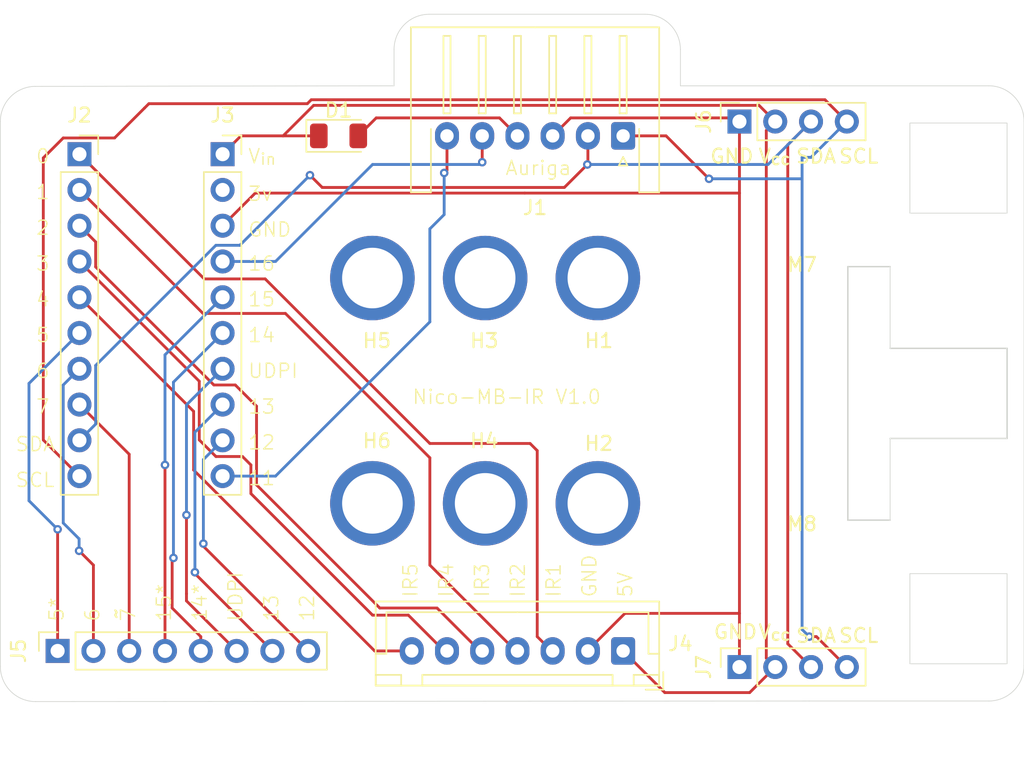
<source format=kicad_pcb>
(kicad_pcb (version 20240108) (generator "pcbnew") (generator_version "8.0")
  (title_block (title "Nico-MB-Attiny1616-IR-Tracker") (date "2024-09-05") (rev "V1.0"))
  (layers (0 "F.Cu" signal) (31 "B.Cu" signal) (34 "B.Paste" user) (35 "F.Paste" user) (36 "B.SilkS" user "B.Silkscreen") (37 "F.SilkS" user "F.Silkscreen") (38 "B.Mask" user) (39 "F.Mask" user) (44 "Edge.Cuts" user))
  (net 0 "")
  (net 1 "Net-(D1-A)")
  (net 2 "+5V")
  (net 3 "/SDA")
  (net 4 "/S2")
  (net 5 "/S1")
  (net 6 "/SCL")
  (net 7 "/IR3")
  (net 8 "/IR1")
  (net 9 "/IR2")
  (net 10 "/IR4")
  (net 11 "/IR5")
  (net 12 "GND")
  (net 13 "Net-(J2-RXD)")
  (net 14 "Net-(J2-Pin_5)")
  (net 15 "Net-(J2-TXD)")
  (net 17 "Net-(J3-Pin_15)")
  (net 18 "Net-(J3-UPDI)")
  (net 19 "Net-(J3-Pin_13)")
  (net 20 "Net-(J3-Pin_12)")
  (net 21 "Net-(J3-Pin_14)")
  (footprint "Connector_PinSocket_2.54mm:PinSocket_1x04_P2.54mm_GVSCLSDC" (layer "F.Cu") (at 148.238767 119.691233 90)
    (property "Reference" "J7" (at 0 -2.54 -90) (layer "F.SilkS"))
    (property "Value" "Conn_01x04_Socket")
    (fp_line (start 1.33 -1.33) (end 1.33 0) (stroke (width 0.12)) (layer "F.SilkS"))
    (fp_line (start 0 -1.33) (end 1.33 -1.33) (stroke (width 0.12)) (layer "F.SilkS"))
    (fp_line (start 1.33 1.27) (end 1.33 8.95) (stroke (width 0.12)) (layer "F.SilkS"))
    (fp_line (start -1.33 1.27) (end 1.33 1.27) (stroke (width 0.12)) (layer "F.SilkS"))
    (fp_line (start -1.33 1.27) (end -1.33 8.95) (stroke (width 0.12)) (layer "F.SilkS"))
    (fp_line (start -1.33 8.95) (end 1.33 8.95) (stroke (width 0.12)) (layer "F.SilkS"))
    (fp_text user "GND" (at 1.905 -1.905 0) (layer "F.SilkS") (effects (justify left bottom)))
    (fp_text user "V_{cc}" (at 1.905 1.27 0) (layer "F.SilkS") (effects (justify left bottom)))
    (pad "1" thru_hole rect (at 0 0 90) (size 1.7 1.7) (drill 1) (layers "*.Cu" "*.Mask") (net 12 "GND"))
    (pad "2" thru_hole oval (at 0 2.54 90) (size 1.7 1.7) (drill 1) (layers "*.Cu" "*.Mask") (net 2 "+5V"))
    (pad "3" thru_hole oval (at 0 5.08 90) (size 1.7 1.7) (drill 1) (layers "*.Cu" "*.Mask") (net 3 "/SDA"))
    (pad "4" thru_hole oval (at 0 7.62 90) (size 1.7 1.7) (drill 1) (layers "*.Cu" "*.Mask") (net 6 "/SCL"))
  )
  (footprint "Connector_JST:JST_XH_S6B-XH-A-1_1x06_P2.50mm_Horizontal" (layer "F.Cu") (at 139.983767 81.972233 180)
    (property "Reference" "J1" (at 6.25 -5.1 180) (layer "F.SilkS"))
    (property "Value" "Auriga_JST")
    (fp_line (start 15.06 7.71) (end 15.06 -4.01) (stroke (width 0.12)) (layer "F.SilkS"))
    (fp_line (start 15.06 -4.01) (end 13.64 -4.01) (stroke (width 0.12)) (layer "F.SilkS"))
    (fp_line (start 13.64 -4.01) (end 13.64 0.49) (stroke (width 0.12)) (layer "F.SilkS"))
    (fp_line (start 12.75 7.1) (end 12.75 1.6) (stroke (width 0.12)) (layer "F.SilkS"))
    (fp_line (start 12.75 1.6) (end 12.25 1.6) (stroke (width 0.12)) (layer "F.SilkS"))
    (fp_line (start 12.25 7.1) (end 12.75 7.1) (stroke (width 0.12)) (layer "F.SilkS"))
    (fp_line (start 12.25 1.6) (end 12.25 7.1) (stroke (width 0.12)) (layer "F.SilkS"))
    (fp_line (start 10.25 7.1) (end 10.25 1.6) (stroke (width 0.12)) (layer "F.SilkS"))
    (fp_line (start 10.25 1.6) (end 9.75 1.6) (stroke (width 0.12)) (layer "F.SilkS"))
    (fp_line (start 9.75 7.1) (end 10.25 7.1) (stroke (width 0.12)) (layer "F.SilkS"))
    (fp_line (start 9.75 1.6) (end 9.75 7.1) (stroke (width 0.12)) (layer "F.SilkS"))
    (fp_line (start 7.75 7.1) (end 7.75 1.6) (stroke (width 0.12)) (layer "F.SilkS"))
    (fp_line (start 7.75 1.6) (end 7.25 1.6) (stroke (width 0.12)) (layer "F.SilkS"))
    (fp_line (start 7.25 7.1) (end 7.75 7.1) (stroke (width 0.12)) (layer "F.SilkS"))
    (fp_line (start 7.25 1.6) (end 7.25 7.1) (stroke (width 0.12)) (layer "F.SilkS"))
    (fp_line (start 6.25 7.71) (end 15.06 7.71) (stroke (width 0.12)) (layer "F.SilkS"))
    (fp_line (start 6.25 7.71) (end -2.56 7.71) (stroke (width 0.12)) (layer "F.SilkS"))
    (fp_line (start 5.25 7.1) (end 5.25 1.6) (stroke (width 0.12)) (layer "F.SilkS"))
    (fp_line (start 5.25 1.6) (end 4.75 1.6) (stroke (width 0.12)) (layer "F.SilkS"))
    (fp_line (start 4.75 7.1) (end 5.25 7.1) (stroke (width 0.12)) (layer "F.SilkS"))
    (fp_line (start 4.75 1.6) (end 4.75 7.1) (stroke (width 0.12)) (layer "F.SilkS"))
    (fp_line (start 2.75 7.1) (end 2.75 1.6) (stroke (width 0.12)) (layer "F.SilkS"))
    (fp_line (start 2.75 1.6) (end 2.25 1.6) (stroke (width 0.12)) (layer "F.SilkS"))
    (fp_line (start 2.25 7.1) (end 2.75 7.1) (stroke (width 0.12)) (layer "F.SilkS"))
    (fp_line (start 2.25 1.6) (end 2.25 7.1) (stroke (width 0.12)) (layer "F.SilkS"))
    (fp_line (start 0.3 -2.1) (end 0 -1.5) (stroke (width 0.12)) (layer "F.SilkS"))
    (fp_line (start 0.25 7.1) (end 0.25 1.6) (stroke (width 0.12)) (layer "F.SilkS"))
    (fp_line (start 0.25 1.6) (end -0.25 1.6) (stroke (width 0.12)) (layer "F.SilkS"))
    (fp_line (start 0 -1.5) (end -0.3 -2.1) (stroke (width 0.12)) (layer "F.SilkS"))
    (fp_line (start -0.25 7.1) (end 0.25 7.1) (stroke (width 0.12)) (layer "F.SilkS"))
    (fp_line (start -0.25 1.6) (end -0.25 7.1) (stroke (width 0.12)) (layer "F.SilkS"))
    (fp_line (start -0.3 -2.1) (end 0.3 -2.1) (stroke (width 0.12)) (layer "F.SilkS"))
    (fp_line (start -1.14 -4.01) (end -1.14 0.49) (stroke (width 0.12)) (layer "F.SilkS"))
    (fp_line (start -2.56 7.71) (end -2.56 -4.01) (stroke (width 0.12)) (layer "F.SilkS"))
    (fp_line (start -2.56 -4.01) (end -1.14 -4.01) (stroke (width 0.12)) (layer "F.SilkS"))
    (pad "1" thru_hole roundrect (at 0 0 180) (size 1.7 1.95) (drill 0.95) (layers "*.Cu" "*.Mask") (roundrect_rratio 0.147059) (net 6 "/SCL"))
    (pad "2" thru_hole oval (at 2.5 0 180) (size 1.7 1.95) (drill 0.95) (layers "*.Cu" "*.Mask") (net 3 "/SDA"))
    (pad "3" thru_hole oval (at 5 0 180) (size 1.7 1.95) (drill 0.95) (layers "*.Cu" "*.Mask") (net 12 "GND"))
    (pad "4" thru_hole oval (at 7.5 0 180) (size 1.7 1.95) (drill 0.95) (layers "*.Cu" "*.Mask") (net 1 "Net-(D1-A)"))
    (pad "5" thru_hole oval (at 10 0 180) (size 1.7 1.95) (drill 0.95) (layers "*.Cu" "*.Mask") (net 5 "/S1"))
    (pad "6" thru_hole oval (at 12.5 0 180) (size 1.7 1.95) (drill 0.95) (layers "*.Cu" "*.Mask") (net 4 "/S2"))
  )
  (footprint "MountingHole:MountingHole_4.3mm_M4_Pad_TopBottom_MakeBlock" (layer "F.Cu") (at 122.191767 108.068233)
    (property "Reference" "H6" (at -0.779767 -4.436233 0) (layer "F.SilkS") (effects (justify left)))
    (property "Value" "MH")
    (pad "1" thru_hole circle (at 0 0) (size 4.7 4.7) (drill 4.3) (layers "*.Cu" "*.Mask"))
    (pad "1" connect circle (at 0 0) (size 6 6) (layers "F.Cu" "F.Mask"))
    (pad "1" connect circle (at 0 0) (size 6 6) (layers "B.Cu" "B.Mask"))
  )
  (footprint "MountingHole:MountingHole_3.2mm_M3" (layer "F.Cu") (at 156.431767 113.260233)
    (property "Reference" "M8" (at -3.748 -3.729 0) (layer "F.SilkS"))
    (property "Value" "MountingHole_3.2mm_M3")
    (pad "" np_thru_hole circle (at 0 0) (size 3.2 3.2) (drill 3.2) (layers "*.Cu" "*.Mask"))
  )
  (footprint "MountingHole:MountingHole_4.3mm_M4_Pad_TopBottom_MakeBlock" (layer "F.Cu") (at 130.191767 92.068233)
    (property "Reference" "H3" (at -1.159767 4.451767 0) (layer "F.SilkS") (effects (justify left)))
    (property "Value" "MH")
    (pad "1" thru_hole circle (at 0 0) (size 4.7 4.7) (drill 4.3) (layers "*.Cu" "*.Mask"))
    (pad "1" connect circle (at 0 0) (size 6 6) (layers "F.Cu" "F.Mask"))
    (pad "1" connect circle (at 0 0) (size 6 6) (layers "B.Cu" "B.Mask"))
  )
  (footprint "MountingHole:MountingHole_4.3mm_M4_Pad_TopBottom_MakeBlock" (layer "F.Cu") (at 138.191767 108.068233)
    (property "Reference" "H2" (at -1.031767 -4.252 0) (layer "F.SilkS") (effects (justify left)))
    (property "Value" "MH")
    (pad "1" thru_hole circle (at 0 0) (size 4.7 4.7) (drill 4.3) (layers "*.Cu" "*.Mask"))
    (pad "1" connect circle (at 0 0) (size 6 6) (layers "F.Cu" "F.Mask"))
    (pad "1" connect circle (at 0 0) (size 6 6) (layers "B.Cu" "B.Mask"))
  )
  (footprint "Diode_SMD:D_1206_3216Metric" (layer "F.Cu") (at 119.787767 81.972233)
    (property "Reference" "D1" (at 0 -1.82 0) (layer "F.SilkS"))
    (property "Value" "D_Schottky")
    (fp_line (start -2.285 -1.135) (end -2.285 1.135) (stroke (width 0.12)) (layer "F.SilkS"))
    (fp_line (start -2.285 1.135) (end 1.6 1.135) (stroke (width 0.12)) (layer "F.SilkS"))
    (fp_line (start 1.6 -1.135) (end -2.285 -1.135) (stroke (width 0.12)) (layer "F.SilkS"))
    (pad "1" smd roundrect (at -1.4 0) (size 1.25 1.75) (layers "F.Cu" "F.Paste" "F.Mask") (roundrect_rratio 0.2) (net 2 "+5V"))
    (pad "2" smd roundrect (at 1.4 0) (size 1.25 1.75) (layers "F.Cu" "F.Paste" "F.Mask") (roundrect_rratio 0.2) (net 1 "Net-(D1-A)"))
  )
  (footprint "Connector_PinSocket_2.54mm:PinSocket_1x10_P2.54mm_Vertical" (layer "F.Cu") (at 111.560767 83.272233)
    (property "Reference" "J3" (at 0 -2.77 0) (layer "F.SilkS"))
    (property "Value" "ATtiny_R")
    (fp_line (start -1.33 1.27) (end -1.33 24.19) (stroke (width 0.12)) (layer "F.SilkS"))
    (fp_line (start -1.33 1.27) (end 1.33 1.27) (stroke (width 0.12)) (layer "F.SilkS"))
    (fp_line (start -1.33 24.19) (end 1.33 24.19) (stroke (width 0.12)) (layer "F.SilkS"))
    (fp_line (start 0 -1.33) (end 1.33 -1.33) (stroke (width 0.12)) (layer "F.SilkS"))
    (fp_line (start 1.33 -1.33) (end 1.33 0) (stroke (width 0.12)) (layer "F.SilkS"))
    (fp_line (start 1.33 1.27) (end 1.33 24.19) (stroke (width 0.12)) (layer "F.SilkS"))
    (pad "1" thru_hole rect (at 0 0) (size 1.7 1.7) (drill 1) (layers "*.Cu" "*.Mask") (net 2 "+5V"))
    (pad "2" thru_hole oval (at 0 2.54) (size 1.7 1.7) (drill 1) (layers "*.Cu" "*.Mask"))
    (pad "3" thru_hole oval (at 0 5.08) (size 1.7 1.7) (drill 1) (layers "*.Cu" "*.Mask") (net 12 "GND"))
    (pad "4" thru_hole oval (at 0 7.62) (size 1.7 1.7) (drill 1) (layers "*.Cu" "*.Mask") (net 5 "/S1"))
    (pad "5" thru_hole oval (at 0 10.16) (size 1.7 1.7) (drill 1) (layers "*.Cu" "*.Mask") (net 17 "Net-(J3-Pin_15)"))
    (pad "6" thru_hole oval (at 0 12.7) (size 1.7 1.7) (drill 1) (layers "*.Cu" "*.Mask") (net 21 "Net-(J3-Pin_14)"))
    (pad "7" thru_hole oval (at 0 15.24) (size 1.7 1.7) (drill 1) (layers "*.Cu" "*.Mask") (net 18 "Net-(J3-UPDI)"))
    (pad "8" thru_hole oval (at 0 17.78) (size 1.7 1.7) (drill 1) (layers "*.Cu" "*.Mask") (net 19 "Net-(J3-Pin_13)"))
    (pad "9" thru_hole oval (at 0 20.32) (size 1.7 1.7) (drill 1) (layers "*.Cu" "*.Mask") (net 20 "Net-(J3-Pin_12)"))
    (pad "10" thru_hole oval (at 0 22.86) (size 1.7 1.7) (drill 1) (layers "*.Cu" "*.Mask") (net 4 "/S2"))
  )
  (footprint "MountingHole:MountingHole_4.3mm_M4_Pad_TopBottom_MakeBlock" (layer "F.Cu") (at 122.191767 92.068233)
    (property "Reference" "H5" (at -0.779767 4.451767 0) (layer "F.SilkS") (effects (justify left)))
    (property "Value" "MH")
    (pad "1" thru_hole circle (at 0 0) (size 4.7 4.7) (drill 4.3) (layers "*.Cu" "*.Mask"))
    (pad "1" connect circle (at 0 0) (size 6 6) (layers "F.Cu" "F.Mask"))
    (pad "1" connect circle (at 0 0) (size 6 6) (layers "B.Cu" "B.Mask"))
  )
  (footprint "MountingHole:MountingHole_4.3mm_M4_Pad_TopBottom_MakeBlock" (layer "F.Cu") (at 130.191767 108.068233)
    (property "Reference" "H4" (at -1.159767 -4.436233 0) (layer "F.SilkS") (effects (justify left)))
    (property "Value" "MH")
    (pad "1" thru_hole circle (at 0 0) (size 4.7 4.7) (drill 4.3) (layers "*.Cu" "*.Mask"))
    (pad "1" connect circle (at 0 0) (size 6 6) (layers "F.Cu" "F.Mask"))
    (pad "1" connect circle (at 0 0) (size 6 6) (layers "B.Cu" "B.Mask"))
  )
  (footprint "Connector_JST:JST_XH_B7B-XH-A_1x07_P2.50mm_Vertical" (layer "F.Cu") (at 139.983767 118.548233 180)
    (property "Reference" "J4" (at -4.064 0.508 180) (layer "F.SilkS"))
    (property "Value" "IR_TRACKER")
    (fp_line (start 17.56 3.51) (end 17.56 -2.46) (stroke (width 0.12)) (layer "F.SilkS"))
    (fp_line (start 17.56 -2.46) (end -2.56 -2.46) (stroke (width 0.12)) (layer "F.SilkS"))
    (fp_line (start 17.55 -0.2) (end 16.8 -0.2) (stroke (width 0.12)) (layer "F.SilkS"))
    (fp_line (start 17.55 -1.7) (end 17.55 -2.45) (stroke (width 0.12)) (layer "F.SilkS"))
    (fp_line (start 17.55 -2.45) (end 15.75 -2.45) (stroke (width 0.12)) (layer "F.SilkS"))
    (fp_line (start 16.8 2.75) (end 7.5 2.75) (stroke (width 0.12)) (layer "F.SilkS"))
    (fp_line (start 16.8 -0.2) (end 16.8 2.75) (stroke (width 0.12)) (layer "F.SilkS"))
    (fp_line (start 15.75 -1.7) (end 17.55 -1.7) (stroke (width 0.12)) (layer "F.SilkS"))
    (fp_line (start 15.75 -2.45) (end 15.75 -1.7) (stroke (width 0.12)) (layer "F.SilkS"))
    (fp_line (start 14.25 -1.7) (end 14.25 -2.45) (stroke (width 0.12)) (layer "F.SilkS"))
    (fp_line (start 14.25 -2.45) (end 0.75 -2.45) (stroke (width 0.12)) (layer "F.SilkS"))
    (fp_line (start 0.75 -1.7) (end 14.25 -1.7) (stroke (width 0.12)) (layer "F.SilkS"))
    (fp_line (start 0.75 -2.45) (end 0.75 -1.7) (stroke (width 0.12)) (layer "F.SilkS"))
    (fp_line (start -0.75 -1.7) (end -0.75 -2.45) (stroke (width 0.12)) (layer "F.SilkS"))
    (fp_line (start -0.75 -2.45) (end -2.55 -2.45) (stroke (width 0.12)) (layer "F.SilkS"))
    (fp_line (start -1.6 -2.75) (end -2.85 -2.75) (stroke (width 0.12)) (layer "F.SilkS"))
    (fp_line (start -1.8 2.75) (end 7.5 2.75) (stroke (width 0.12)) (layer "F.SilkS"))
    (fp_line (start -1.8 -0.2) (end -1.8 2.75) (stroke (width 0.12)) (layer "F.SilkS"))
    (fp_line (start -2.55 -0.2) (end -1.8 -0.2) (stroke (width 0.12)) (layer "F.SilkS"))
    (fp_line (start -2.55 -1.7) (end -0.75 -1.7) (stroke (width 0.12)) (layer "F.SilkS"))
    (fp_line (start -2.55 -2.45) (end -2.55 -1.7) (stroke (width 0.12)) (layer "F.SilkS"))
    (fp_line (start -2.56 3.51) (end 17.56 3.51) (stroke (width 0.12)) (layer "F.SilkS"))
    (fp_line (start -2.56 -2.46) (end -2.56 3.51) (stroke (width 0.12)) (layer "F.SilkS"))
    (fp_line (start -2.85 -2.75) (end -2.85 -1.5) (stroke (width 0.12)) (layer "F.SilkS"))
    (pad "1" thru_hole roundrect (at 0 0 180) (size 1.7 1.95) (drill 0.95) (layers "*.Cu" "*.Mask") (roundrect_rratio 0.147059) (net 2 "+5V"))
    (pad "2" thru_hole oval (at 2.5 0 180) (size 1.7 1.95) (drill 0.95) (layers "*.Cu" "*.Mask") (net 12 "GND"))
    (pad "3" thru_hole oval (at 5 0 180) (size 1.7 1.95) (drill 0.95) (layers "*.Cu" "*.Mask") (net 8 "/IR1"))
    (pad "4" thru_hole oval (at 7.5 0 180) (size 1.7 1.95) (drill 0.95) (layers "*.Cu" "*.Mask") (net 9 "/IR2"))
    (pad "5" thru_hole oval (at 10 0 180) (size 1.7 1.95) (drill 0.95) (layers "*.Cu" "*.Mask") (net 7 "/IR3"))
    (pad "6" thru_hole oval (at 12.5 0 180) (size 1.7 1.95) (drill 0.95) (layers "*.Cu" "*.Mask") (net 10 "/IR4"))
    (pad "7" thru_hole oval (at 15 0 180) (size 1.7 1.95) (drill 0.95) (layers "*.Cu" "*.Mask") (net 11 "/IR5"))
  )
  (footprint "MountingHole:MountingHole_4.3mm_M4_Pad_TopBottom_MakeBlock" (layer "F.Cu") (at 138.191767 92.068233)
    (property "Reference" "H1" (at -1.031767 4.451767 0) (layer "F.SilkS") (effects (justify left)))
    (property "Value" "MH")
    (pad "1" thru_hole circle (at 0 0) (size 4.7 4.7) (drill 4.3) (layers "*.Cu" "*.Mask"))
    (pad "1" connect circle (at 0 0) (size 6 6) (layers "F.Cu" "F.Mask"))
    (pad "1" connect circle (at 0 0) (size 6 6) (layers "B.Cu" "B.Mask"))
  )
  (footprint "Connector_PinSocket_2.54mm:PinSocket_1x04_P2.54mm_GVSCLSDC" (layer "F.Cu") (at 148.238767 80.956233 90)
    (property "Reference" "J6" (at 0 -2.54 -90) (layer "F.SilkS"))
    (property "Value" "Conn_01x04_Socket")
    (fp_line (start 1.33 -1.33) (end 1.33 0) (stroke (width 0.12)) (layer "F.SilkS"))
    (fp_line (start 0 -1.33) (end 1.33 -1.33) (stroke (width 0.12)) (layer "F.SilkS"))
    (fp_line (start 1.33 1.27) (end 1.33 8.95) (stroke (width 0.12)) (layer "F.SilkS"))
    (fp_line (start -1.33 1.27) (end 1.33 1.27) (stroke (width 0.12)) (layer "F.SilkS"))
    (fp_line (start -1.33 1.27) (end -1.33 8.95) (stroke (width 0.12)) (layer "F.SilkS"))
    (fp_line (start -1.33 8.95) (end 1.33 8.95) (stroke (width 0.12)) (layer "F.SilkS"))
    (fp_text user "GND" (at -3.048 -2.159 0) (layer "F.SilkS") (effects (justify left bottom)))
    (fp_text user "V_{cc}" (at -3.048 1.27 0) (layer "F.SilkS") (effects (justify left bottom)))
    (pad "1" thru_hole rect (at 0 0 90) (size 1.7 1.7) (drill 1) (layers "*.Cu" "*.Mask") (net 12 "GND"))
    (pad "2" thru_hole oval (at 0 2.54 90) (size 1.7 1.7) (drill 1) (layers "*.Cu" "*.Mask") (net 2 "+5V"))
    (pad "3" thru_hole oval (at 0 5.08 90) (size 1.7 1.7) (drill 1) (layers "*.Cu" "*.Mask") (net 3 "/SDA"))
    (pad "4" thru_hole oval (at 0 7.62 90) (size 1.7 1.7) (drill 1) (layers "*.Cu" "*.Mask") (net 6 "/SCL"))
  )
  (footprint "Connector_PinSocket_2.54mm:PinSocket_1x08_P2.54mm_Vertical" (layer "F.Cu") (at 99.851767 118.548233 90)
    (property "Reference" "J5" (at 0 -2.77 -90) (layer "F.SilkS"))
    (property "Value" "Conn_01x08_Socket")
    (fp_line (start 1.33 -1.33) (end 1.33 0) (stroke (width 0.12)) (layer "F.SilkS"))
    (fp_line (start 0 -1.33) (end 1.33 -1.33) (stroke (width 0.12)) (layer "F.SilkS"))
    (fp_line (start 1.33 1.27) (end 1.33 19.11) (stroke (width 0.12)) (layer "F.SilkS"))
    (fp_line (start -1.33 1.27) (end 1.33 1.27) (stroke (width 0.12)) (layer "F.SilkS"))
    (fp_line (start -1.33 1.27) (end -1.33 19.11) (stroke (width 0.12)) (layer "F.SilkS"))
    (fp_line (start -1.33 19.11) (end 1.33 19.11) (stroke (width 0.12)) (layer "F.SilkS"))
    (pad "1" thru_hole rect (at 0 0 90) (size 1.7 1.7) (drill 1) (layers "*.Cu" "*.Mask") (net 14 "Net-(J2-Pin_5)"))
    (pad "2" thru_hole oval (at 0 2.54 90) (size 1.7 1.7) (drill 1) (layers "*.Cu" "*.Mask") (net 13 "Net-(J2-RXD)"))
    (pad "3" thru_hole oval (at 0 5.08 90) (size 1.7 1.7) (drill 1) (layers "*.Cu" "*.Mask") (net 15 "Net-(J2-TXD)"))
    (pad "4" thru_hole oval (at 0 7.62 90) (size 1.7 1.7) (drill 1) (layers "*.Cu" "*.Mask") (net 17 "Net-(J3-Pin_15)"))
    (pad "5" thru_hole oval (at 0 10.16 90) (size 1.7 1.7) (drill 1) (layers "*.Cu" "*.Mask") (net 21 "Net-(J3-Pin_14)"))
    (pad "6" thru_hole oval (at 0 12.7 90) (size 1.7 1.7) (drill 1) (layers "*.Cu" "*.Mask") (net 18 "Net-(J3-UPDI)"))
    (pad "7" thru_hole oval (at 0 15.24 90) (size 1.7 1.7) (drill 1) (layers "*.Cu" "*.Mask") (net 19 "Net-(J3-Pin_13)"))
    (pad "8" thru_hole oval (at 0 17.78 90) (size 1.7 1.7) (drill 1) (layers "*.Cu" "*.Mask") (net 20 "Net-(J3-Pin_12)"))
  )
  (footprint "Connector_PinSocket_2.54mm:PinSocket_1x10_P2.54mm_Vertical" (layer "F.Cu") (at 101.400767 83.272233)
    (property "Reference" "J2" (at 0 -2.77 0) (layer "F.SilkS"))
    (property "Value" "ATtiny_L")
    (fp_line (start -1.33 1.27) (end -1.33 24.19) (stroke (width 0.12)) (layer "F.SilkS"))
    (fp_line (start -1.33 1.27) (end 1.33 1.27) (stroke (width 0.12)) (layer "F.SilkS"))
    (fp_line (start -1.33 24.19) (end 1.33 24.19) (stroke (width 0.12)) (layer "F.SilkS"))
    (fp_line (start 0 -1.33) (end 1.33 -1.33) (stroke (width 0.12)) (layer "F.SilkS"))
    (fp_line (start 1.33 -1.33) (end 1.33 0) (stroke (width 0.12)) (layer "F.SilkS"))
    (fp_line (start 1.33 1.27) (end 1.33 24.19) (stroke (width 0.12)) (layer "F.SilkS"))
    (pad "1" thru_hole rect (at 0 0) (size 1.7 1.7) (drill 1) (layers "*.Cu" "*.Mask") (net 8 "/IR1"))
    (pad "2" thru_hole oval (at 0 2.54) (size 1.7 1.7) (drill 1) (layers "*.Cu" "*.Mask") (net 9 "/IR2"))
    (pad "3" thru_hole oval (at 0 5.08) (size 1.7 1.7) (drill 1) (layers "*.Cu" "*.Mask") (net 7 "/IR3"))
    (pad "4" thru_hole oval (at 0 7.62) (size 1.7 1.7) (drill 1) (layers "*.Cu" "*.Mask") (net 10 "/IR4"))
    (pad "5" thru_hole oval (at 0 10.16) (size 1.7 1.7) (drill 1) (layers "*.Cu" "*.Mask") (net 11 "/IR5"))
    (pad "6" thru_hole oval (at 0 12.7) (size 1.7 1.7) (drill 1) (layers "*.Cu" "*.Mask") (net 14 "Net-(J2-Pin_5)"))
    (pad "7" thru_hole oval (at 0 15.24) (size 1.7 1.7) (drill 1) (layers "*.Cu" "*.Mask") (net 13 "Net-(J2-RXD)"))
    (pad "8" thru_hole oval (at 0 17.78) (size 1.7 1.7) (drill 1) (layers "*.Cu" "*.Mask") (net 15 "Net-(J2-TXD)"))
    (pad "9" thru_hole oval (at 0 20.32) (size 1.7 1.7) (drill 1) (layers "*.Cu" "*.Mask") (net 3 "/SDA"))
    (pad "10" thru_hole oval (at 0 22.86) (size 1.7 1.7) (drill 1) (layers "*.Cu" "*.Mask") (net 6 "/SCL"))
  )
  (footprint "MountingHole:MountingHole_3.2mm_M3" (layer "F.Cu") (at 156.431767 87.260233)
    (property "Reference" "M7" (at -3.748 3.856 0) (layer "F.SilkS"))
    (property "Value" "MountingHole_3.2mm_M3")
    (pad "" np_thru_hole circle (at 0 0) (size 3.2 3.2) (drill 3.2) (layers "*.Cu" "*.Mask"))
  )
  (gr_line (start 95.787767 88.108233) (end 95.787767 112.492233) (stroke (width 0.05)) (layer "Edge.Cuts"))
  (gr_arc (start 141.547767 73.336233) (mid 143.315534 74.068466) (end 144.047767 75.836233) (stroke (width 0.05)) (layer "Edge.Cuts"))
  (gr_line (start 153.191767 78.416233) (end 144.047767 78.416233) (stroke (width 0.05)) (layer "Edge.Cuts"))
  (gr_rect (start 160.331767 81.060233) (end 167.231767 87.460233) (stroke (width 0.05)) (fill none) (layer "Edge.Cuts"))
  (gr_arc (start 98.287767 122.144233) (mid 96.52 121.412) (end 95.787767 119.644233) (stroke (width 0.05)) (layer "Edge.Cuts"))
  (gr_line (start 155.931767 109.260233) (end 155.931767 91.260233) (stroke (width 0.1)) (layer "Edge.Cuts"))
  (gr_line (start 123.727767 78.416233) (end 98.287767 78.456233) (stroke (width 0.05)) (layer "Edge.Cuts"))
  (gr_arc (start 123.727767 75.836233) (mid 124.46 74.068466) (end 126.227767 73.336233) (stroke (width 0.05)) (layer "Edge.Cuts"))
  (gr_line (start 158.931767 109.260233) (end 155.931767 109.260233) (stroke (width 0.1)) (layer "Edge.Cuts"))
  (gr_line (start 153.191767 122.104233) (end 98.287767 122.144233) (stroke (width 0.05)) (layer "Edge.Cuts"))
  (gr_rect (start 160.331767 113.060233) (end 167.231767 119.460233) (stroke (width 0.05)) (fill none) (layer "Edge.Cuts"))
  (gr_line (start 123.727767 75.836233) (end 123.727767 78.416233) (stroke (width 0.05)) (layer "Edge.Cuts"))
  (gr_line (start 165.931767 122.104233) (end 153.191767 122.104233) (stroke (width 0.05)) (layer "Edge.Cuts"))
  (gr_arc (start 165.931767 78.416233) (mid 167.699534 79.148466) (end 168.431767 80.916233) (stroke (width 0.05)) (layer "Edge.Cuts"))
  (gr_line (start 95.787767 119.644233) (end 95.787767 112.492233) (stroke (width 0.05)) (layer "Edge.Cuts"))
  (gr_line (start 168.431767 80.916233) (end 168.431767 119.604233) (stroke (width 0.05)) (layer "Edge.Cuts"))
  (gr_line (start 167.231767 103.460233) (end 158.931767 103.460233) (stroke (width 0.1)) (layer "Edge.Cuts"))
  (gr_line (start 155.931767 91.260233) (end 158.931767 91.260233) (stroke (width 0.1)) (layer "Edge.Cuts"))
  (gr_line (start 153.191767 78.416233) (end 165.931767 78.416233) (stroke (width 0.05)) (layer "Edge.Cuts"))
  (gr_arc (start 95.787767 80.956233) (mid 96.52 79.188466) (end 98.287767 78.456233) (stroke (width 0.05)) (layer "Edge.Cuts"))
  (gr_arc (start 168.431767 119.604233) (mid 167.699534 121.372) (end 165.931767 122.104233) (stroke (width 0.05)) (layer "Edge.Cuts"))
  (gr_line (start 158.931767 103.460233) (end 158.931767 109.260233) (stroke (width 0.05)) (layer "Edge.Cuts"))
  (gr_line (start 158.931767 91.260233) (end 158.931767 97.060233) (stroke (width 0.05)) (layer "Edge.Cuts"))
  (gr_line (start 144.047767 78.416233) (end 144.047767 75.836233) (stroke (width 0.05)) (layer "Edge.Cuts"))
  (gr_line (start 95.787767 80.956233) (end 95.787767 88.108233) (stroke (width 0.05)) (layer "Edge.Cuts"))
  (gr_line (start 158.931767 97.060233) (end 167.231767 97.060233) (stroke (width 0.1)) (layer "Edge.Cuts"))
  (gr_line (start 167.231767 97.060233) (end 167.231767 103.460233) (stroke (width 0.1)) (layer "Edge.Cuts"))
  (gr_line (start 141.547767 73.336233) (end 126.227767 73.336233) (stroke (width 0.05)) (layer "Edge.Cuts"))
  (gr_text "5*" (at 100.359767 116.516233 90) (layer "F.SilkS") (effects (font (size 1 1) (thickness 0.1)) (justify left bottom)))
  (gr_text "12" (at 113.313767 104.324233 0) (layer "F.SilkS") (effects (font (size 1 1) (thickness 0.1)) (justify left bottom)))
  (gr_text "7" (at 99.343767 101.784233 0) (layer "F.SilkS") (effects (font (size 1 1) (thickness 0.1)) (justify right bottom)))
  (gr_text "6" (at 102.899767 116.516233 90) (layer "F.SilkS") (effects (font (size 1 1) (thickness 0.1)) (justify left bottom)))
  (gr_text "SCL" (at 155.223767 84.004233 0) (layer "F.SilkS") (effects (font (size 1 1)) (justify left bottom)))
  (gr_text "15*" (at 107.979767 116.516233 90) (layer "F.SilkS") (effects (font (size 1 1) (thickness 0.1)) (justify left bottom)))
  (gr_text "6" (at 99.343767 99.244233 0) (layer "F.SilkS") (effects (font (size 1 1) (thickness 0.1)) (justify right bottom)))
  (gr_text "12" (at 118.139767 116.516233 90) (layer "F.SilkS") (effects (font (size 1 1) (thickness 0.1)) (justify left bottom)))
  (gr_text "5" (at 99.343767 96.704233 0) (layer "F.SilkS") (effects (font (size 1 1) (thickness 0.1)) (justify right bottom)))
  (gr_text "3v" (at 113.313767 86.671233 0) (layer "F.SilkS") (effects (font (size 1 1) (thickness 0.1)) (justify left bottom)))
  (gr_text "Auriga" (at 131.572 84.836 0) (layer "F.SilkS") (effects (font (size 1 1) (thickness 0.1)) (justify left bottom)))
  (gr_text "SCL" (at 155.223767 118.040233 0) (layer "F.SilkS") (effects (font (size 1 1)) (justify left bottom)))
  (gr_text "3" (at 99.343767 91.624233 0) (layer "F.SilkS") (effects (font (size 1 1) (thickness 0.1)) (justify right bottom)))
  (gr_text "IR3" (at 130.556 114.808 90) (layer "F.SilkS") (effects (font (size 1 1) (thickness 0.1)) (justify left bottom)))
  (gr_text "13" (at 113.313767 101.784233 0) (layer "F.SilkS") (effects (font (size 1 1) (thickness 0.1)) (justify left bottom)))
  (gr_text "SDA" (at 96.803767 104.451233 0) (layer "F.SilkS") (effects (font (size 1 1) (thickness 0.1)) (justify left bottom)))
  (gr_text "16" (at 113.313767 91.624233 0) (layer "F.SilkS") (effects (font (size 1 1) (thickness 0.1)) (justify left bottom)))
  (gr_text "15" (at 113.313767 94.164233 0) (layer "F.SilkS") (effects (font (size 1 1) (thickness 0.1)) (justify left bottom)))
  (gr_text "SDA" (at 152.175767 118.040233 0) (layer "F.SilkS") (effects (font (size 1 1)) (justify left bottom)))
  (gr_text "IR5" (at 125.476 114.808 90) (layer "F.SilkS") (effects (font (size 1 1) (thickness 0.1)) (justify left bottom)))
  (gr_text "UDPI" (at 113.313767 99.244233 0) (layer "F.SilkS") (effects (font (size 1 1) (thickness 0.1)) (justify left bottom)))
  (gr_text "0" (at 99.343767 84.004233 0) (layer "F.SilkS") (effects (font (size 1 1) (thickness 0.1)) (justify right bottom)))
  (gr_text "1" (at 99.343767 86.544233 0) (layer "F.SilkS") (effects (font (size 1 1) (thickness 0.1)) (justify right bottom)))
  (gr_text "SCL" (at 96.803767 106.991233 0) (layer "F.SilkS") (effects (font (size 1 1) (thickness 0.1)) (justify left bottom)))
  (gr_text "11" (at 113.313767 106.864233 0) (layer "F.SilkS") (effects (font (size 1 1) (thickness 0.1)) (justify left bottom)))
  (gr_text "V_{in}" (at 113.313767 84.004233 0) (layer "F.SilkS") (effects (font (size 1 1) (thickness 0.1)) (justify left bottom)))
  (gr_text "2" (at 99.343767 89.084233 0) (layer "F.SilkS") (effects (font (size 1 1) (thickness 0.1)) (justify right bottom)))
  (gr_text "4" (at 99.343767 94.164233 0) (layer "F.SilkS") (effects (font (size 1 1) (thickness 0.1)) (justify right bottom)))
  (gr_text "~" (at 104.548495 116.335658 90) (layer "F.SilkS") (effects (font (size 1 1)) (justify left bottom)))
  (gr_text "SDA" (at 152.175767 84.004233 0) (layer "F.SilkS") (effects (font (size 1 1)) (justify left bottom)))
  (gr_text "IR4" (at 128.016 114.808 90) (layer "F.SilkS") (effects (font (size 1 1) (thickness 0.1)) (justify left bottom)))
  (gr_text "UDPI" (at 113.059767 116.516233 90) (layer "F.SilkS") (effects (font (size 1 1) (thickness 0.1)) (justify left bottom)))
  (gr_text "14" (at 113.313767 96.704233 0) (layer "F.SilkS") (effects (font (size 1 1) (thickness 0.1)) (justify left bottom)))
  (gr_text "13" (at 115.599767 116.516233 90) (layer "F.SilkS") (effects (font (size 1 1) (thickness 0.1)) (justify left bottom)))
  (gr_text "GND" (at 138.176 114.808 90) (layer "F.SilkS") (effects (font (size 1 1) (thickness 0.1)) (justify left bottom)))
  (gr_text "IR1" (at 135.636 114.808 90) (layer "F.SilkS") (effects (font (size 1 1) (thickness 0.1)) (justify left bottom)))
  (gr_text "Nico-MB-IR ${REVISION}" (at 124.968 101.092 0) (layer "F.SilkS") (effects (font (size 1 1) (thickness 0.1)) (justify left bottom)))
  (gr_text "IR2" (at 133.096 114.808 90) (layer "F.SilkS") (effects (font (size 1 1) (thickness 0.1)) (justify left bottom)))
  (gr_text "14*" (at 110.519767 116.516233 90) (layer "F.SilkS") (effects (font (size 1 1) (thickness 0.1)) (justify left bottom)))
  (gr_text "GND" (at 113.313767 89.211233 0) (layer "F.SilkS") (effects (font (size 1 1) (thickness 0.1)) (justify left bottom)))
  (gr_text "7" (at 105.439767 116.516233 90) (layer "F.SilkS") (effects (font (size 1 1) (thickness 0.1)) (justify left bottom)))
  (gr_text "5V" (at 140.716 114.808 90) (layer "F.SilkS") (effects (font (size 1 1) (thickness 0.1)) (justify left bottom)))
  (segment (start 132.483767 81.972233) (end 131.208767 80.697233) (width 0.2) (layer "F.Cu") (net 1))
  (segment (start 122.462767 80.697233) (end 121.187767 81.972233) (width 0.2) (layer "F.Cu") (net 1))
  (segment (start 131.208767 80.697233) (end 122.462767 80.697233) (width 0.2) (layer "F.Cu") (net 1))
  (segment (start 142.941922 121.506388) (end 148.963612 121.506388) (width 0.2) (layer "F.Cu") (net 2))
  (segment (start 112.860767 81.972233) (end 111.560767 83.272233) (width 0.2) (layer "F.Cu") (net 2))
  (segment (start 150.778767 119.691233) (end 150.143767 119.056233) (width 0.2) (layer "F.Cu") (net 2))
  (segment (start 148.963612 121.506388) (end 150.778767 119.691233) (width 0.2) (layer "F.Cu") (net 2))
  (segment (start 118.387767 81.972233) (end 115.853767 81.972233) (width 0.2) (layer "F.Cu") (net 2))
  (segment (start 150.778767 80.956233) (end 149.628767 79.806233) (width 0.2) (layer "F.Cu") (net 2))
  (segment (start 115.853767 81.972233) (end 112.860767 81.972233) (width 0.2) (layer "F.Cu") (net 2))
  (segment (start 150.143767 81.591233) (end 150.778767 80.956233) (width 0.2) (layer "F.Cu") (net 2))
  (segment (start 149.628767 79.806233) (end 118.019767 79.806233) (width 0.2) (layer "F.Cu") (net 2))
  (segment (start 118.019767 79.806233) (end 115.853767 81.972233) (width 0.2) (layer "F.Cu") (net 2))
  (segment (start 139.983767 118.548233) (end 142.941922 121.506388) (width 0.2) (layer "F.Cu") (net 2))
  (segment (start 150.143767 119.056233) (end 150.143767 81.591233) (width 0.2) (layer "F.Cu") (net 2))
  (segment (start 151.667767 82.607233) (end 151.667767 118.040233) (width 0.2) (layer "F.Cu") (net 3))
  (segment (start 153.318767 80.956233) (end 151.667767 82.607233) (width 0.2) (layer "F.Cu") (net 3))
  (segment (start 118.628767 85.636233) (end 117.758767 84.766233) (width 0.2) (layer "F.Cu") (net 3))
  (segment (start 137.483767 83.964233) (end 137.443767 84.004233) (width 0.2) (layer "F.Cu") (net 3))
  (segment (start 135.811767 85.636233) (end 118.628767 85.636233) (width 0.2) (layer "F.Cu") (net 3))
  (segment (start 151.667767 118.040233) (end 153.318767 119.691233) (width 0.2) (layer "F.Cu") (net 3))
  (segment (start 137.443767 84.004233) (end 135.811767 85.636233) (width 0.2) (layer "F.Cu") (net 3))
  (segment (start 137.483767 81.972233) (end 137.483767 83.964233) (width 0.2) (layer "F.Cu") (net 3))
  (via (at 137.443767 84.004233) (size 0.6) (drill 0.3) (layers "F.Cu" "B.Cu") (net 3))
  (via blind (at 117.758767 84.766233) (size 0.6) (drill 0.3) (layers "F.Cu" "B.Cu") (net 3))
  (segment (start 111.084421 89.742233) (end 102.550767 98.275887) (width 0.2) (layer "B.Cu") (net 3))
  (segment (start 102.550767 98.275887) (end 102.550767 102.442233) (width 0.2) (layer "B.Cu") (net 3))
  (segment (start 102.550767 102.442233) (end 101.400767 103.592233) (width 0.2) (layer "B.Cu") (net 3))
  (segment (start 117.758767 84.766233) (end 112.782767 89.742233) (width 0.2) (layer "B.Cu") (net 3))
  (segment (start 112.782767 89.742233) (end 111.084421 89.742233) (width 0.2) (layer "B.Cu") (net 3))
  (segment (start 150.270767 84.004233) (end 153.318767 80.956233) (width 0.2) (layer "B.Cu") (net 3))
  (segment (start 137.443767 84.004233) (end 150.270767 84.004233) (width 0.2) (layer "B.Cu") (net 3))
  (segment (start 127.483767 84.404233) (end 127.283767 84.604233) (width 0.2) (layer "F.Cu") (net 4))
  (segment (start 127.483767 81.972233) (end 127.483767 84.404233) (width 0.2) (layer "F.Cu") (net 4))
  (via (at 127.283767 84.604233) (size 0.6) (drill 0.3) (layers "F.Cu" "B.Cu") (net 4))
  (segment (start 115.315767 106.132233) (end 111.560767 106.132233) (width 0.2) (layer "B.Cu") (net 4))
  (segment (start 126.267767 88.576233) (end 126.267767 95.180233) (width 0.2) (layer "B.Cu") (net 4))
  (segment (start 126.267767 95.180233) (end 115.315767 106.132233) (width 0.2) (layer "B.Cu") (net 4))
  (segment (start 127.283767 87.560233) (end 126.267767 88.576233) (width 0.2) (layer "B.Cu") (net 4))
  (segment (start 127.283767 84.604233) (end 127.283767 87.560233) (width 0.2) (layer "B.Cu") (net 4))
  (segment (start 129.983767 83.844233) (end 129.983767 81.972233) (width 0.2) (layer "F.Cu") (net 5))
  (via blind (at 129.983767 83.844233) (size 0.6) (drill 0.3) (layers "F.Cu" "B.Cu") (net 5))
  (segment (start 129.983767 83.844233) (end 129.823767 84.004233) (width 0.2) (layer "B.Cu") (net 5))
  (segment (start 129.823767 84.004233) (end 122.203767 84.004233) (width 0.2) (layer "B.Cu") (net 5))
  (segment (start 115.315767 90.892233) (end 111.560767 90.892233) (width 0.2) (layer "B.Cu") (net 5))
  (segment (start 122.203767 84.004233) (end 115.315767 90.892233) (width 0.2) (layer "B.Cu") (net 5))
  (segment (start 153.191767 117.532233) (end 153.699767 117.532233) (width 0.2) (layer "F.Cu") (net 6))
  (segment (start 98.835767 83.537233) (end 98.835767 103.567233) (width 0.2) (layer "F.Cu") (net 6))
  (segment (start 100.250767 82.122233) (end 98.835767 83.537233) (width 0.2) (layer "F.Cu") (net 6))
  (segment (start 98.835767 103.567233) (end 101.400767 106.132233) (width 0.2) (layer "F.Cu") (net 6))
  (segment (start 103.892767 82.122233) (end 100.250767 82.122233) (width 0.2) (layer "F.Cu") (net 6))
  (segment (start 154.308767 79.406233) (end 155.575924 80.67339) (width 0.2) (layer "F.Cu") (net 6))
  (segment (start 117.574081 79.686233) (end 117.854081 79.406233) (width 0.2) (layer "F.Cu") (net 6))
  (segment (start 153.699767 117.532233) (end 155.858767 119.691233) (width 0.2) (layer "F.Cu") (net 6))
  (segment (start 117.854081 79.406233) (end 154.308767 79.406233) (width 0.2) (layer "F.Cu") (net 6))
  (segment (start 106.011267 80.003733) (end 103.892767 82.122233) (width 0.2) (layer "F.Cu") (net 6))
  (segment (start 106.328767 79.686233) (end 117.574081 79.686233) (width 0.2) (layer "F.Cu") (net 6))
  (segment (start 143.031767 81.972233) (end 146.079767 85.020233) (width 0.2) (layer "F.Cu") (net 6))
  (segment (start 106.011267 80.003733) (end 106.328767 79.686233) (width 0.2) (layer "F.Cu") (net 6))
  (segment (start 139.983767 81.972233) (end 143.031767 81.972233) (width 0.2) (layer "F.Cu") (net 6))
  (via (at 146.079767 85.020233) (size 0.6) (drill 0.3) (layers "F.Cu" "B.Cu") (net 6))
  (via blind (at 153.191767 117.532233) (size 0.6) (drill 0.3) (layers "F.Cu" "B.Cu") (net 6))
  (segment (start 152.683767 85.020233) (end 152.683767 83.496233) (width 0.2) (layer "B.Cu") (net 6))
  (segment (start 152.683767 117.024233) (end 152.683767 85.020233) (width 0.2) (layer "B.Cu") (net 6))
  (segment (start 152.683767 83.496233) (end 153.318767 83.496233) (width 0.2) (layer "B.Cu") (net 6))
  (segment (start 153.191767 117.532233) (end 152.683767 117.024233) (width 0.2) (layer "B.Cu") (net 6))
  (segment (start 146.079767 85.020233) (end 152.683767 85.020233) (width 0.2) (layer "B.Cu") (net 6))
  (segment (start 153.318767 83.496233) (end 155.858767 80.956233) (width 0.2) (layer "B.Cu") (net 6))
  (segment (start 110.937767 99.662233) (end 102.550767 91.275233) (width 0.2) (layer "F.Cu") (net 7))
  (segment (start 129.823767 118.548233) (end 126.775767 115.500233) (width 0.2) (layer "F.Cu") (net 7))
  (segment (start 102.550767 89.502233) (end 101.400767 88.352233) (width 0.2) (layer "F.Cu") (net 7))
  (segment (start 126.775767 115.500233) (end 122.711767 115.500233) (width 0.2) (layer "F.Cu") (net 7))
  (segment (start 122.711767 115.500233) (end 113.967767 106.756233) (width 0.2) (layer "F.Cu") (net 7))
  (segment (start 113.967767 106.756233) (end 113.967767 101.168233) (width 0.2) (layer "F.Cu") (net 7))
  (segment (start 102.550767 91.275233) (end 102.550767 89.502233) (width 0.2) (layer "F.Cu") (net 7))
  (segment (start 113.967767 101.168233) (end 112.461767 99.662233) (width 0.2) (layer "F.Cu") (net 7))
  (segment (start 112.461767 99.662233) (end 110.937767 99.662233) (width 0.2) (layer "F.Cu") (net 7))
  (segment (start 114.583767 92.132233) (end 110.260767 92.132233) (width 0.2) (layer "F.Cu") (net 8))
  (segment (start 133.887767 117.532233) (end 133.887767 104.324233) (width 0.2) (layer "F.Cu") (net 8))
  (segment (start 110.260767 92.132233) (end 101.400767 83.272233) (width 0.2) (layer "F.Cu") (net 8))
  (segment (start 126.267767 103.816233) (end 114.583767 92.132233) (width 0.2) (layer "F.Cu") (net 8))
  (segment (start 133.887767 104.324233) (end 133.379767 103.816233) (width 0.2) (layer "F.Cu") (net 8))
  (segment (start 134.903767 118.548233) (end 133.887767 117.532233) (width 0.2) (layer "F.Cu") (net 8))
  (segment (start 133.379767 103.816233) (end 126.267767 103.816233) (width 0.2) (layer "F.Cu") (net 8))
  (segment (start 132.363767 118.548233) (end 126.267767 112.452233) (width 0.2) (layer "F.Cu") (net 9))
  (segment (start 110.170767 94.582233) (end 101.400767 85.812233) (width 0.2) (layer "F.Cu") (net 9))
  (segment (start 126.267767 112.452233) (end 126.267767 104.832233) (width 0.2) (layer "F.Cu") (net 9))
  (segment (start 126.267767 104.832233) (end 116.017767 94.582233) (width 0.2) (layer "F.Cu") (net 9))
  (segment (start 116.017767 94.582233) (end 110.170767 94.582233) (width 0.2) (layer "F.Cu") (net 9))
  (segment (start 122.203767 116.008233) (end 124.743767 116.008233) (width 0.2) (layer "F.Cu") (net 10))
  (segment (start 112.969767 104.742233) (end 111.084421 104.742233) (width 0.2) (layer "F.Cu") (net 10))
  (segment (start 113.567767 107.372233) (end 113.567767 105.340233) (width 0.2) (layer "F.Cu") (net 10))
  (segment (start 111.084421 104.742233) (end 109.903767 103.561579) (width 0.2) (layer "F.Cu") (net 10))
  (segment (start 109.903767 99.395233) (end 101.400767 90.892233) (width 0.2) (layer "F.Cu") (net 10))
  (segment (start 124.743767 116.008233) (end 127.283767 118.548233) (width 0.2) (layer "F.Cu") (net 10))
  (segment (start 113.567767 105.340233) (end 112.969767 104.742233) (width 0.2) (layer "F.Cu") (net 10))
  (segment (start 122.203767 116.008233) (end 113.567767 107.372233) (width 0.2) (layer "F.Cu") (net 10))
  (segment (start 109.903767 103.561579) (end 109.903767 99.395233) (width 0.2) (layer "F.Cu") (net 10))
  (segment (start 109.503767 101.535233) (end 101.400767 93.432233) (width 0.2) (layer "F.Cu") (net 11))
  (segment (start 109.503767 105.701579) (end 109.503767 101.535233) (width 0.2) (layer "F.Cu") (net 11))
  (segment (start 122.350421 118.548233) (end 109.503767 105.701579) (width 0.2) (layer "F.Cu") (net 11))
  (segment (start 124.743767 118.548233) (end 122.350421 118.548233) (width 0.2) (layer "F.Cu") (net 11))
  (segment (start 136.258767 80.697233) (end 147.979767 80.697233) (width 0.2) (layer "F.Cu") (net 12))
  (segment (start 134.983767 81.972233) (end 136.258767 80.697233) (width 0.2) (layer "F.Cu") (net 12))
  (segment (start 132.998767 86.036233) (end 113.876767 86.036233) (width 0.2) (layer "F.Cu") (net 12))
  (segment (start 148.238767 80.956233) (end 148.238767 86.036233) (width 0.2) (layer "F.Cu") (net 12))
  (segment (start 113.876767 86.036233) (end 111.560767 88.352233) (width 0.2) (layer "F.Cu") (net 12))
  (segment (start 137.443767 118.548233) (end 140.110767 115.881233) (width 0.2) (layer "F.Cu") (net 12))
  (segment (start 140.110767 115.881233) (end 148.238767 115.881233) (width 0.2) (layer "F.Cu") (net 12))
  (segment (start 148.238767 119.691233) (end 148.238767 115.881233) (width 0.2) (layer "F.Cu") (net 12))
  (segment (start 148.238767 86.036233) (end 132.998767 86.036233) (width 0.2) (layer "F.Cu") (net 12))
  (segment (start 147.979767 80.697233) (end 148.238767 80.956233) (width 0.2) (layer "F.Cu") (net 12))
  (segment (start 148.238767 115.881233) (end 148.238767 86.036233) (width 0.2) (layer "F.Cu") (net 12))
  (segment (start 102.391767 118.548233) (end 102.391767 112.452233) (width 0.2) (layer "F.Cu") (net 13))
  (segment (start 102.391767 112.452233) (end 101.375767 111.436233) (width 0.2) (layer "F.Cu") (net 13))
  (via (at 101.375767 111.436233) (size 0.6) (drill 0.3) (layers "F.Cu" "B.Cu") (net 13))
  (segment (start 101.375767 110.587704) (end 100.250767 109.462704) (width 0.2) (layer "B.Cu") (net 13))
  (segment (start 100.250767 99.662233) (end 101.400767 98.512233) (width 0.2) (layer "B.Cu") (net 13))
  (segment (start 100.250767 109.462704) (end 100.250767 99.662233) (width 0.2) (layer "B.Cu") (net 13))
  (segment (start 101.375767 111.436233) (end 101.375767 110.587704) (width 0.2) (layer "B.Cu") (net 13))
  (segment (start 99.851767 118.548233) (end 99.851767 109.912233) (width 0.2) (layer "F.Cu") (net 14))
  (via (at 99.851767 109.912233) (size 0.6) (drill 0.3) (layers "F.Cu" "B.Cu") (net 14))
  (segment (start 97.819767 107.880233) (end 97.819767 99.553233) (width 0.2) (layer "B.Cu") (net 14))
  (segment (start 97.819767 99.553233) (end 101.400767 95.972233) (width 0.2) (layer "B.Cu") (net 14))
  (segment (start 99.851767 109.912233) (end 97.819767 107.880233) (width 0.2) (layer "B.Cu") (net 14))
  (segment (start 104.931767 104.583233) (end 101.400767 101.052233) (width 0.2) (layer "F.Cu") (net 15))
  (segment (start 104.931767 118.548233) (end 104.931767 104.583233) (width 0.2) (layer "F.Cu") (net 15))
  (segment (start 107.471767 118.548233) (end 107.471767 105.340233) (width 0.2) (layer "F.Cu") (net 17))
  (via (at 107.471767 105.340233) (size 0.6) (drill 0.3) (layers "F.Cu" "B.Cu") (net 17))
  (segment (start 107.471767 97.521233) (end 111.560767 93.432233) (width 0.2) (layer "B.Cu") (net 17))
  (segment (start 107.471767 105.340233) (end 107.471767 97.521233) (width 0.2) (layer "B.Cu") (net 17))
  (segment (start 112.551767 118.548233) (end 108.995767 114.992233) (width 0.2) (layer "F.Cu") (net 18))
  (segment (start 108.995767 114.484233) (end 108.995767 108.896233) (width 0.2) (layer "F.Cu") (net 18))
  (segment (start 108.995767 114.992233) (end 108.995767 114.484233) (width 0.2) (layer "F.Cu") (net 18))
  (via (at 108.995767 108.896233) (size 0.6) (drill 0.3) (layers "F.Cu" "B.Cu") (net 18))
  (segment (start 108.995767 101.077233) (end 111.560767 98.512233) (width 0.2) (layer "B.Cu") (net 18))
  (segment (start 108.995767 108.896233) (end 108.995767 101.077233) (width 0.2) (layer "B.Cu") (net 18))
  (segment (start 109.595767 113.052233) (end 109.595767 112.960233) (width 0.2) (layer "F.Cu") (net 19))
  (segment (start 115.091767 118.548233) (end 109.595767 113.052233) (width 0.2) (layer "F.Cu") (net 19))
  (via (at 109.595767 112.960233) (size 0.6) (drill 0.3) (layers "F.Cu" "B.Cu") (net 19))
  (segment (start 109.595767 112.960233) (end 109.595767 103.017233) (width 0.2) (layer "B.Cu") (net 19))
  (segment (start 109.595767 103.017233) (end 111.560767 101.052233) (width 0.2) (layer "B.Cu") (net 19))
  (segment (start 110.195767 111.112233) (end 110.195767 110.928233) (width 0.2) (layer "F.Cu") (net 20))
  (segment (start 117.631767 118.548233) (end 110.195767 111.112233) (width 0.2) (layer "F.Cu") (net 20))
  (via (at 110.195767 110.928233) (size 0.6) (drill 0.3) (layers "F.Cu" "B.Cu") (net 20))
  (segment (start 110.195767 104.957233) (end 111.560767 103.592233) (width 0.2) (layer "B.Cu") (net 20))
  (segment (start 110.195767 110.928233) (end 110.195767 104.957233) (width 0.2) (layer "B.Cu") (net 20))
  (segment (start 107.979767 112.036233) (end 108.071767 111.944233) (width 0.2) (layer "F.Cu") (net 21))
  (segment (start 110.011767 117.532233) (end 107.979767 115.500233) (width 0.2) (layer "F.Cu") (net 21))
  (segment (start 110.011767 118.548233) (end 110.011767 117.532233) (width 0.2) (layer "F.Cu") (net 21))
  (segment (start 107.979767 115.500233) (end 107.979767 112.036233) (width 0.2) (layer "F.Cu") (net 21))
  (via (at 108.071767 111.944233) (size 0.6) (drill 0.3) (layers "F.Cu" "B.Cu") (net 21))
  (segment (start 108.071767 111.944233) (end 108.071767 99.461233) (width 0.2) (layer "B.Cu") (net 21))
  (segment (start 108.071767 99.461233) (end 111.560767 95.972233) (width 0.2) (layer "B.Cu") (net 21))
)
</source>
